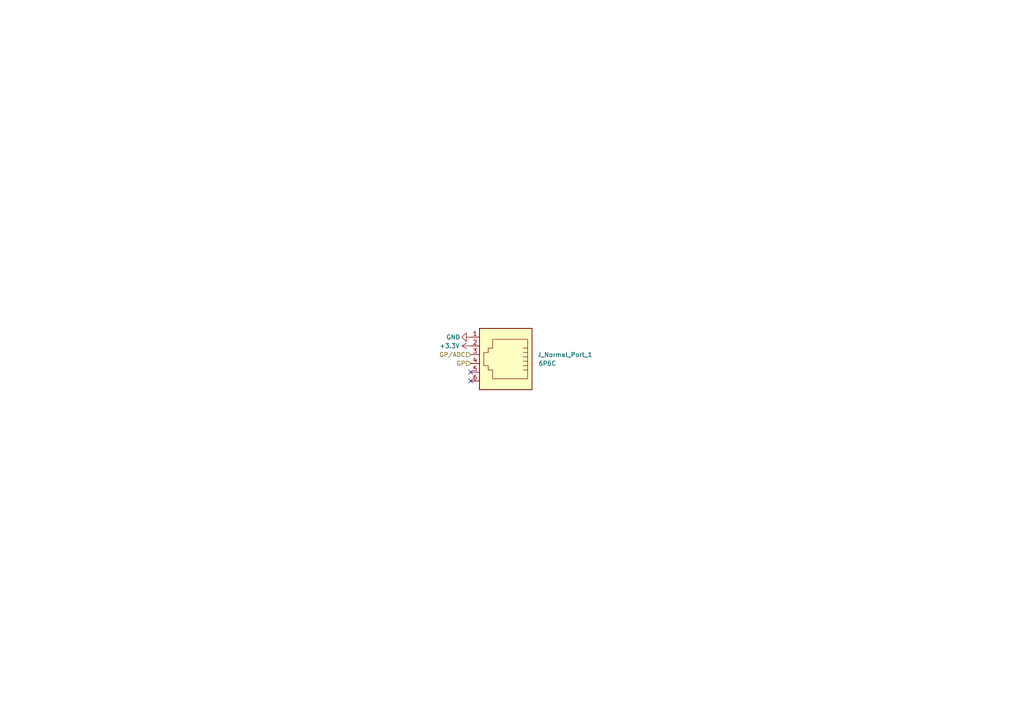
<source format=kicad_sch>
(kicad_sch (version 20211123) (generator eeschema)
  (paper "A4")
  (lib_symbols
    (symbol "Connector:6P6C" (pin_names (offset 1.016))
      (property "Reference" "J" (at -5.08 11.43 0))
      (property "Value" "6P6C" (at 2.54 11.43 0))
      (symbol "6P6C_0_1"
        (polyline (pts (xy -6.35 -1.905) (xy -5.08 -1.905) (xy -5.08 -1.905)))
        (polyline (pts (xy -6.35 -0.635) (xy -5.08 -0.635) (xy -5.08 -0.635)))
        (polyline (pts (xy -6.35 0.635) (xy -5.08 0.635) (xy -5.08 0.635)))
        (polyline (pts (xy -6.35 1.905) (xy -5.08 1.905) (xy -5.08 1.905)))
        (polyline (pts (xy -6.35 3.175) (xy -5.08 3.175) (xy -5.08 3.175)))
        (polyline (pts (xy -5.08 4.445) (xy -6.35 4.445) (xy -6.35 4.445)))
        (polyline (pts (xy -6.35 -4.445) (xy -6.35 6.985) (xy 3.81 6.985) (xy 3.81 4.445) (xy 5.08 4.445) (xy 5.08 3.175) (xy 6.35 3.175) (xy 6.35 -0.635) (xy 5.08 -0.635) (xy 5.08 -1.905) (xy 3.81 -1.905) (xy 3.81 -4.445) (xy -6.35 -4.445) (xy -6.35 -4.445)))
        (rectangle (start 7.62 10.16) (end -7.62 -7.62) (stroke (width 0.254)) (fill (type background)))
      )
      (symbol "6P6C_1_1"
        (pin passive line (at 10.16 -5.08 180) (length 2.54) (name "~") (number "1"))
        (pin passive line (at 10.16 -2.54 180) (length 2.54) (name "~") (number "2"))
        (pin passive line (at 10.16 0 180) (length 2.54) (name "~") (number "3"))
        (pin passive line (at 10.16 2.54 180) (length 2.54) (name "~") (number "4"))
        (pin passive line (at 10.16 5.08 180) (length 2.54) (name "~") (number "5"))
        (pin passive line (at 10.16 7.62 180) (length 2.54) (name "~") (number "6"))
      )
    )
    (symbol "power:+3.3V" (power) (pin_names (offset 0))
      (property "Value" "+3.3V" (at 0 3.556 0))
      (symbol "+3.3V_0_1"
        (polyline (pts (xy -0.762 1.27) (xy 0 2.54)))
        (polyline (pts (xy 0 0) (xy 0 2.54)))
        (polyline (pts (xy 0 2.54) (xy 0.762 1.27)))
      )
      (symbol "+3.3V_1_1"
        (pin power_in line (at 0 0 90) (length 0) hide (name "+3.3V") (number "1"))
      )
    )
    (symbol "power:GND" (power) (pin_names (offset 0))
      (property "Value" "GND" (at 0 -3.81 0))
      (symbol "GND_0_1"
        (polyline (pts (xy 0 0) (xy 0 -1.27) (xy 1.27 -1.27) (xy 0 -2.54) (xy -1.27 -1.27) (xy 0 -1.27)))
      )
      (symbol "GND_1_1"
        (pin power_in line (at 0 0 270) (length 0) hide (name "GND") (number "1"))
      )
    )
  )
  (no_connect (at 136.525 107.95))
  (no_connect (at 136.525 110.49))
  (hierarchical_label "GP" (shape input) (at 136.525 105.41 180))
  (hierarchical_label "GP{slash}ADC" (shape input) (at 136.525 102.87 180))
  (symbol (lib_id "Connector:6P6C") (at 146.685 102.87 180) (unit 1)
    (property "Reference" "J_Normal_Port_1" (at 163.83 102.87 0))
    (property "Value" "6P6C" (at 158.75 105.41 0))
    (property "Footprint" "Connector_RJ:RJ12_Amphenol_54601" (effects hide))
  )
  (symbol (lib_id "power:GND") (at 136.525 97.79 270) (unit 1)
    (property "Reference" "#PWR0118" (effects hide))
    (property "Value" "GND" (at 131.445 97.79 90))
  )
  (symbol (lib_id "power:+3.3V") (at 136.525 100.33 90) (unit 1)
    (property "Reference" "#PWR0119" (effects hide))
    (property "Value" "+3.3V" (at 133.35 100.33 90) (effects (justify left)))
  )
)
</source>
